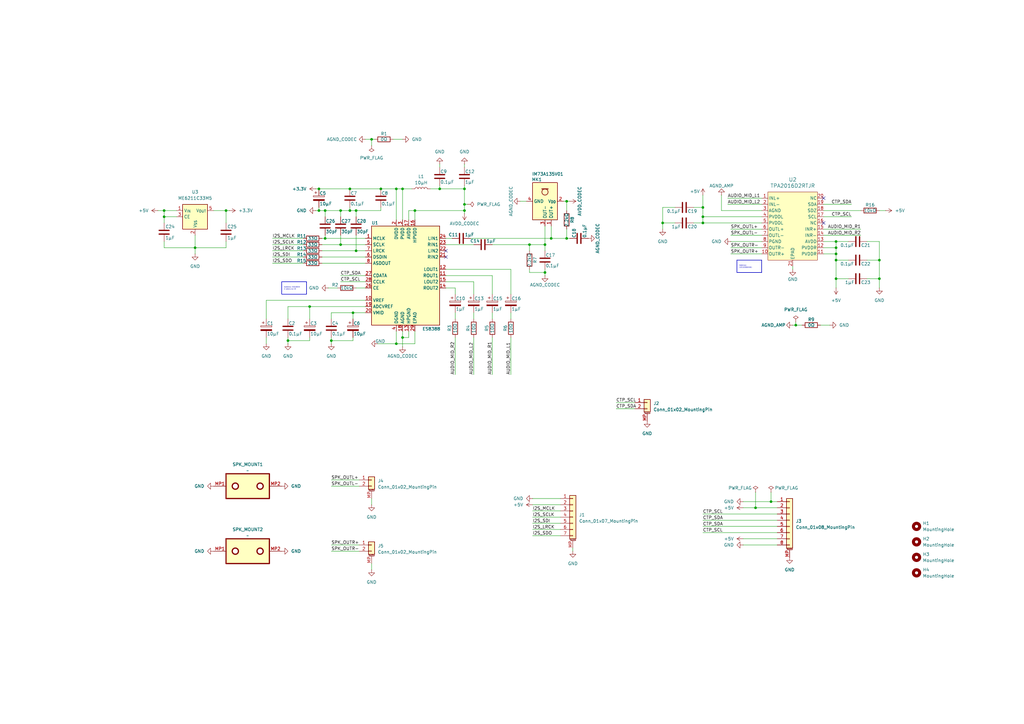
<source format=kicad_sch>
(kicad_sch (version 20250114) (generator "eeschema") (generator_version "9.0")
  (paper "A3")
  (title_block (title "ROCK_AUDIO") (date "2025-06-16"))
  (text_box "Address: 1011000(R/W)" (exclude_from_sim yes) (at 302.26 106.68 0) (size 10.16 5.08) (margins 0.9525 0.9525 0.9525 0.9525) (stroke (width 0.254)) (fill (type color) (color 255 255 255 1)) (effects (font (size 0.508 0.508)) (justify left)))
  (text_box "Address: 001000X\nX refers to CE" (exclude_from_sim yes) (at 115.57 115.57 0) (size 10.16 5.08) (margins 0.9525 0.9525 0.9525 0.9525) (stroke (width 0.254)) (fill (type color) (color 255 255 255 1)) (effects (font (size 0.508 0.508)) (justify left)))
  (junction (at 130.81 86.36))
  (junction (at 92.71 86.36))
  (junction (at 342.9 106.68))
  (junction (at 162.56 140.97))
  (junction (at 232.41 82.55))
  (junction (at 80.01 101.6))
  (junction (at 162.56 77.47))
  (junction (at 180.34 77.47))
  (junction (at 190.5 77.47))
  (junction (at 226.06 97.79))
  (junction (at 170.18 86.36))
  (junction (at 288.29 91.44))
  (junction (at 271.78 91.44))
  (junction (at 342.9 104.14))
  (junction (at 139.7 100.33))
  (junction (at 127 125.73))
  (junction (at 146.05 102.87))
  (junction (at 217.17 100.33))
  (junction (at 130.81 77.47))
  (junction (at 223.52 111.76))
  (junction (at 152.4 57.15))
  (junction (at 232.41 97.79))
  (junction (at 190.5 83.82))
  (junction (at 360.68 114.3))
  (junction (at 165.1 138.43))
  (junction (at 326.39 133.35))
  (junction (at 67.31 86.36))
  (junction (at 146.05 86.36))
  (junction (at 223.52 100.33))
  (junction (at 144.78 128.27))
  (junction (at 133.35 97.79))
  (junction (at 316.23 205.74))
  (junction (at 342.9 101.6))
  (junction (at 139.7 86.36))
  (junction (at 342.9 99.06))
  (junction (at 360.68 106.68))
  (junction (at 133.35 86.36))
  (junction (at 165.1 77.47))
  (junction (at 309.88 208.28))
  (junction (at 118.11 139.7))
  (junction (at 135.89 139.7))
  (junction (at 156.21 77.47))
  (junction (at 67.31 88.9))
  (junction (at 143.51 77.47))
  (junction (at 342.9 114.3))
  (junction (at 190.5 86.36))
  (junction (at 288.29 88.9))
  (junction (at 143.51 86.36))
  (junction (at 288.29 85.09))
  (no_connect (at 182.88 105.41))
  (no_connect (at 337.82 81.28))
  (no_connect (at 182.88 102.87))
  (no_connect (at 337.82 91.44))
  (wire (pts (xy 111.76 97.79) (xy 124.46 97.79)))
  (wire (pts (xy 342.9 114.3) (xy 342.9 118.11)))
  (wire (pts (xy 182.88 115.57) (xy 194.31 115.57)))
  (wire (pts (xy 304.8 220.98) (xy 318.77 220.98)))
  (wire (pts (xy 152.4 59.69) (xy 152.4 57.15)))
  (wire (pts (xy 190.5 83.82) (xy 190.5 77.47)))
  (wire (pts (xy 162.56 140.97) (xy 154.94 140.97)))
  (wire (pts (xy 209.55 110.49) (xy 209.55 120.65)))
  (wire (pts (xy 129.54 77.47) (xy 130.81 77.47)))
  (wire (pts (xy 355.6 114.3) (xy 360.68 114.3)))
  (wire (pts (xy 111.76 105.41) (xy 124.46 105.41)))
  (wire (pts (xy 309.88 208.28) (xy 318.77 208.28)))
  (wire (pts (xy 180.34 77.47) (xy 190.5 77.47)))
  (wire (pts (xy 312.42 91.44) (xy 288.29 91.44)))
  (wire (pts (xy 299.72 99.06) (xy 312.42 99.06)))
  (wire (pts (xy 146.05 102.87) (xy 149.86 102.87)))
  (wire (pts (xy 223.52 113.03) (xy 223.52 111.76)))
  (wire (pts (xy 337.82 99.06) (xy 342.9 99.06)))
  (wire (pts (xy 288.29 88.9) (xy 312.42 88.9)))
  (wire (pts (xy 342.9 104.14) (xy 342.9 106.68)))
  (wire (pts (xy 233.68 97.79) (xy 232.41 97.79)))
  (wire (pts (xy 213.36 82.55) (xy 215.9 82.55)))
  (wire (pts (xy 167.64 90.17) (xy 167.64 86.36)))
  (wire (pts (xy 288.29 213.36) (xy 318.77 213.36)))
  (wire (pts (xy 218.44 212.09) (xy 229.87 212.09)))
  (wire (pts (xy 152.4 207.01) (xy 152.4 204.47)))
  (wire (pts (xy 271.78 85.09) (xy 276.86 85.09)))
  (wire (pts (xy 130.81 86.36) (xy 133.35 86.36)))
  (wire (pts (xy 233.68 82.55) (xy 232.41 82.55)))
  (wire (pts (xy 143.51 86.36) (xy 139.7 86.36)))
  (wire (pts (xy 87.63 86.36) (xy 92.71 86.36)))
  (wire (pts (xy 271.78 91.44) (xy 276.86 91.44)))
  (wire (pts (xy 170.18 140.97) (xy 162.56 140.97)))
  (wire (pts (xy 135.89 139.7) (xy 135.89 138.43)))
  (wire (pts (xy 156.21 86.36) (xy 156.21 85.09)))
  (wire (pts (xy 111.76 107.95) (xy 124.46 107.95)))
  (wire (pts (xy 252.73 165.1) (xy 260.35 165.1)))
  (wire (pts (xy 133.35 96.52) (xy 133.35 97.79)))
  (wire (pts (xy 156.21 77.47) (xy 162.56 77.47)))
  (wire (pts (xy 127 139.7) (xy 127 138.43)))
  (wire (pts (xy 337.82 96.52) (xy 353.06 96.52)))
  (wire (pts (xy 298.45 83.82) (xy 312.42 83.82)))
  (wire (pts (xy 218.44 204.47) (xy 229.87 204.47)))
  (wire (pts (xy 143.51 85.09) (xy 143.51 86.36)))
  (wire (pts (xy 162.56 77.47) (xy 165.1 77.47)))
  (wire (pts (xy 135.89 199.39) (xy 147.32 199.39)))
  (wire (pts (xy 299.72 96.52) (xy 312.42 96.52)))
  (wire (pts (xy 360.68 118.11) (xy 360.68 114.3)))
  (wire (pts (xy 217.17 100.33) (xy 223.52 100.33)))
  (wire (pts (xy 144.78 128.27) (xy 144.78 130.81)))
  (wire (pts (xy 218.44 219.71) (xy 229.87 219.71)))
  (wire (pts (xy 118.11 140.97) (xy 118.11 139.7)))
  (wire (pts (xy 133.35 86.36) (xy 133.35 88.9)))
  (wire (pts (xy 342.9 114.3) (xy 347.98 114.3)))
  (wire (pts (xy 340.36 133.35) (xy 336.55 133.35)))
  (wire (pts (xy 304.8 223.52) (xy 318.77 223.52)))
  (wire (pts (xy 165.1 138.43) (xy 165.1 142.24)))
  (wire (pts (xy 132.08 102.87) (xy 146.05 102.87)))
  (wire (pts (xy 93.98 86.36) (xy 92.71 86.36)))
  (wire (pts (xy 118.11 125.73) (xy 127 125.73)))
  (wire (pts (xy 109.22 123.19) (xy 109.22 130.81)))
  (wire (pts (xy 360.68 106.68) (xy 360.68 114.3)))
  (wire (pts (xy 132.08 105.41) (xy 149.86 105.41)))
  (wire (pts (xy 186.69 118.11) (xy 186.69 120.65)))
  (wire (pts (xy 182.88 100.33) (xy 194.31 100.33)))
  (wire (pts (xy 223.52 100.33) (xy 223.52 92.71)))
  (wire (pts (xy 355.6 99.06) (xy 360.68 99.06)))
  (wire (pts (xy 252.73 167.64) (xy 260.35 167.64)))
  (wire (pts (xy 67.31 86.36) (xy 67.31 88.9)))
  (wire (pts (xy 326.39 132.08) (xy 326.39 133.35)))
  (wire (pts (xy 92.71 86.36) (xy 92.71 91.44)))
  (wire (pts (xy 337.82 83.82) (xy 349.25 83.82)))
  (wire (pts (xy 152.4 57.15) (xy 153.67 57.15)))
  (wire (pts (xy 209.55 138.43) (xy 209.55 153.67)))
  (wire (pts (xy 288.29 218.44) (xy 318.77 218.44)))
  (wire (pts (xy 223.52 111.76) (xy 223.52 110.49)))
  (wire (pts (xy 232.41 97.79) (xy 226.06 97.79)))
  (wire (pts (xy 67.31 99.06) (xy 67.31 101.6)))
  (wire (pts (xy 223.52 100.33) (xy 223.52 102.87)))
  (wire (pts (xy 135.89 223.52) (xy 147.32 223.52)))
  (wire (pts (xy 217.17 110.49) (xy 217.17 111.76)))
  (wire (pts (xy 167.64 135.89) (xy 167.64 138.43)))
  (wire (pts (xy 132.08 100.33) (xy 139.7 100.33)))
  (wire (pts (xy 226.06 97.79) (xy 226.06 92.71)))
  (wire (pts (xy 288.29 88.9) (xy 288.29 91.44)))
  (wire (pts (xy 130.81 86.36) (xy 130.81 85.09)))
  (wire (pts (xy 201.93 100.33) (xy 217.17 100.33)))
  (wire (pts (xy 118.11 139.7) (xy 118.11 138.43)))
  (wire (pts (xy 232.41 93.98) (xy 232.41 97.79)))
  (wire (pts (xy 337.82 104.14) (xy 342.9 104.14)))
  (wire (pts (xy 295.91 86.36) (xy 312.42 86.36)))
  (wire (pts (xy 326.39 133.35) (xy 328.93 133.35)))
  (wire (pts (xy 146.05 86.36) (xy 146.05 88.9)))
  (wire (pts (xy 299.72 101.6) (xy 312.42 101.6)))
  (wire (pts (xy 288.29 210.82) (xy 318.77 210.82)))
  (wire (pts (xy 218.44 217.17) (xy 229.87 217.17)))
  (wire (pts (xy 232.41 82.55) (xy 232.41 86.36)))
  (wire (pts (xy 135.89 196.85) (xy 147.32 196.85)))
  (wire (pts (xy 149.86 128.27) (xy 144.78 128.27)))
  (wire (pts (xy 139.7 100.33) (xy 149.86 100.33)))
  (wire (pts (xy 170.18 135.89) (xy 170.18 140.97)))
  (wire (pts (xy 80.01 101.6) (xy 92.71 101.6)))
  (wire (pts (xy 67.31 88.9) (xy 67.31 91.44)))
  (wire (pts (xy 325.12 133.35) (xy 326.39 133.35)))
  (wire (pts (xy 64.77 86.36) (xy 67.31 86.36)))
  (wire (pts (xy 295.91 86.36) (xy 295.91 80.01)))
  (wire (pts (xy 194.31 130.81) (xy 194.31 128.27)))
  (wire (pts (xy 190.5 87.63) (xy 190.5 86.36)))
  (wire (pts (xy 80.01 104.14) (xy 80.01 101.6)))
  (wire (pts (xy 118.11 139.7) (xy 127 139.7)))
  (wire (pts (xy 67.31 101.6) (xy 80.01 101.6)))
  (wire (pts (xy 271.78 93.98) (xy 271.78 91.44)))
  (wire (pts (xy 363.22 86.36) (xy 360.68 86.36)))
  (wire (pts (xy 182.88 113.03) (xy 201.93 113.03)))
  (wire (pts (xy 337.82 88.9) (xy 349.25 88.9)))
  (wire (pts (xy 129.54 86.36) (xy 130.81 86.36)))
  (wire (pts (xy 67.31 86.36) (xy 72.39 86.36)))
  (wire (pts (xy 127 125.73) (xy 127 130.81)))
  (wire (pts (xy 170.18 90.17) (xy 170.18 86.36)))
  (wire (pts (xy 284.48 85.09) (xy 288.29 85.09)))
  (wire (pts (xy 232.41 82.55) (xy 231.14 82.55)))
  (wire (pts (xy 111.76 100.33) (xy 124.46 100.33)))
  (wire (pts (xy 342.9 106.68) (xy 347.98 106.68)))
  (wire (pts (xy 316.23 201.93) (xy 316.23 205.74)))
  (wire (pts (xy 337.82 101.6) (xy 342.9 101.6)))
  (wire (pts (xy 149.86 123.19) (xy 109.22 123.19)))
  (wire (pts (xy 194.31 138.43) (xy 194.31 153.67)))
  (wire (pts (xy 234.95 224.79) (xy 234.95 226.06)))
  (wire (pts (xy 143.51 86.36) (xy 146.05 86.36)))
  (wire (pts (xy 92.71 99.06) (xy 92.71 101.6)))
  (wire (pts (xy 190.5 67.31) (xy 190.5 68.58)))
  (wire (pts (xy 132.08 97.79) (xy 133.35 97.79)))
  (wire (pts (xy 165.1 77.47) (xy 165.1 90.17)))
  (wire (pts (xy 201.93 130.81) (xy 201.93 128.27)))
  (wire (pts (xy 132.08 107.95) (xy 149.86 107.95)))
  (wire (pts (xy 80.01 96.52) (xy 80.01 101.6)))
  (wire (pts (xy 135.89 128.27) (xy 144.78 128.27)))
  (wire (pts (xy 342.9 99.06) (xy 342.9 101.6)))
  (wire (pts (xy 143.51 77.47) (xy 156.21 77.47)))
  (wire (pts (xy 182.88 118.11) (xy 186.69 118.11)))
  (wire (pts (xy 288.29 215.9) (xy 318.77 215.9)))
  (wire (pts (xy 127 125.73) (xy 149.86 125.73)))
  (wire (pts (xy 360.68 106.68) (xy 355.6 106.68)))
  (wire (pts (xy 191.77 83.82) (xy 190.5 83.82)))
  (wire (pts (xy 67.31 88.9) (xy 72.39 88.9)))
  (wire (pts (xy 342.9 99.06) (xy 347.98 99.06)))
  (wire (pts (xy 218.44 209.55) (xy 229.87 209.55)))
  (wire (pts (xy 182.88 110.49) (xy 209.55 110.49)))
  (wire (pts (xy 162.56 77.47) (xy 162.56 90.17)))
  (wire (pts (xy 325.12 109.22) (xy 325.12 110.49)))
  (wire (pts (xy 304.8 205.74) (xy 316.23 205.74)))
  (wire (pts (xy 271.78 85.09) (xy 271.78 91.44)))
  (wire (pts (xy 176.53 77.47) (xy 180.34 77.47)))
  (wire (pts (xy 165.1 77.47) (xy 168.91 77.47)))
  (wire (pts (xy 194.31 115.57) (xy 194.31 120.65)))
  (wire (pts (xy 180.34 76.2) (xy 180.34 77.47)))
  (wire (pts (xy 288.29 80.01) (xy 288.29 85.09)))
  (wire (pts (xy 167.64 86.36) (xy 170.18 86.36)))
  (wire (pts (xy 180.34 67.31) (xy 180.34 68.58)))
  (wire (pts (xy 118.11 130.81) (xy 118.11 125.73)))
  (wire (pts (xy 218.44 207.01) (xy 229.87 207.01)))
  (wire (pts (xy 201.93 113.03) (xy 201.93 120.65)))
  (wire (pts (xy 342.9 106.68) (xy 342.9 114.3)))
  (wire (pts (xy 316.23 205.74) (xy 318.77 205.74)))
  (wire (pts (xy 161.29 57.15) (xy 165.1 57.15)))
  (wire (pts (xy 130.81 77.47) (xy 143.51 77.47)))
  (wire (pts (xy 135.89 140.97) (xy 135.89 139.7)))
  (wire (pts (xy 135.89 139.7) (xy 144.78 139.7)))
  (wire (pts (xy 133.35 97.79) (xy 149.86 97.79)))
  (wire (pts (xy 190.5 77.47) (xy 190.5 76.2)))
  (wire (pts (xy 309.88 201.93) (xy 309.88 208.28)))
  (wire (pts (xy 337.82 93.98) (xy 353.06 93.98)))
  (wire (pts (xy 217.17 111.76) (xy 223.52 111.76)))
  (wire (pts (xy 135.89 226.06) (xy 147.32 226.06)))
  (wire (pts (xy 133.35 86.36) (xy 139.7 86.36)))
  (wire (pts (xy 139.7 86.36) (xy 139.7 88.9)))
  (wire (pts (xy 149.86 57.15) (xy 152.4 57.15)))
  (wire (pts (xy 299.72 104.14) (xy 312.42 104.14)))
  (wire (pts (xy 182.88 97.79) (xy 185.42 97.79)))
  (wire (pts (xy 146.05 86.36) (xy 156.21 86.36)))
  (wire (pts (xy 342.9 101.6) (xy 342.9 104.14)))
  (wire (pts (xy 299.72 93.98) (xy 312.42 93.98)))
  (wire (pts (xy 304.8 208.28) (xy 309.88 208.28)))
  (wire (pts (xy 152.4 233.68) (xy 152.4 231.14)))
  (wire (pts (xy 201.93 138.43) (xy 201.93 153.67)))
  (wire (pts (xy 288.29 85.09) (xy 288.29 88.9)))
  (wire (pts (xy 167.64 138.43) (xy 165.1 138.43)))
  (wire (pts (xy 193.04 97.79) (xy 226.06 97.79)))
  (wire (pts (xy 217.17 100.33) (xy 217.17 102.87)))
  (wire (pts (xy 146.05 118.11) (xy 149.86 118.11)))
  (wire (pts (xy 144.78 139.7) (xy 144.78 138.43)))
  (wire (pts (xy 146.05 96.52) (xy 146.05 102.87)))
  (wire (pts (xy 218.44 214.63) (xy 229.87 214.63)))
  (wire (pts (xy 337.82 86.36) (xy 353.06 86.36)))
  (wire (pts (xy 139.7 113.03) (xy 149.86 113.03)))
  (wire (pts (xy 186.69 138.43) (xy 186.69 153.67)))
  (wire (pts (xy 186.69 130.81) (xy 186.69 128.27)))
  (wire (pts (xy 138.43 118.11) (xy 134.62 118.11)))
  (wire (pts (xy 165.1 135.89) (xy 165.1 138.43)))
  (wire (pts (xy 111.76 102.87) (xy 124.46 102.87)))
  (wire (pts (xy 109.22 140.97) (xy 109.22 138.43)))
  (wire (pts (xy 298.45 81.28) (xy 312.42 81.28)))
  (wire (pts (xy 162.56 135.89) (xy 162.56 140.97)))
  (wire (pts (xy 170.18 86.36) (xy 190.5 86.36)))
  (wire (pts (xy 190.5 86.36) (xy 190.5 83.82)))
  (wire (pts (xy 360.68 99.06) (xy 360.68 106.68)))
  (wire (pts (xy 139.7 96.52) (xy 139.7 100.33)))
  (wire (pts (xy 135.89 128.27) (xy 135.89 130.81)))
  (wire (pts (xy 284.48 91.44) (xy 288.29 91.44)))
  (wire (pts (xy 209.55 130.81) (xy 209.55 128.27)))
  (wire (pts (xy 139.7 115.57) (xy 149.86 115.57)))
  (label "AUDIO_MID_R2" (at 353.06 96.52 180))
  (label "CTP_SCL" (at 288.29 210.82 0))
  (label "I2S_MCLK" (at 218.44 209.55 0))
  (label "SPK_OUTR-" (at 135.89 226.06 0))
  (label "I2S_SCLK" (at 218.44 212.09 0))
  (label "CTP_SDA" (at 349.25 83.82 180))
  (label "CTP_SDA" (at 288.29 215.9 0))
  (label "SPK_OUTL+" (at 299.72 93.98 0))
  (label "I2S_SDO" (at 218.44 219.71 0))
  (label "CTP_SDA" (at 252.73 167.64 0))
  (label "AUDIO_MID_L1" (at 209.55 153.67 90))
  (label "CTP_SCL" (at 252.73 165.1 0))
  (label "I2S_SDI" (at 218.44 214.63 0))
  (label "CTP_SCL" (at 349.25 88.9 180))
  (label "I2S_LRCK" (at 218.44 217.17 0))
  (label "CTP_SDA" (at 139.7 113.03 0))
  (label "SPK_OUTR-" (at 299.72 101.6 0))
  (label "SPK_OUTL-" (at 299.72 96.52 0))
  (label "I2S_SDO" (at 111.76 107.95 0))
  (label "AUDIO_MID_R2" (at 186.69 153.67 90))
  (label "I2S_LRCK" (at 111.76 102.87 0))
  (label "I2S_SDI" (at 111.76 105.41 0))
  (label "AUDIO_MID_L2" (at 194.31 153.67 90))
  (label "AUDIO_MID_L2" (at 298.45 83.82 0))
  (label "SPK_OUTL+" (at 135.89 196.85 0))
  (label "CTP_SDA" (at 288.29 213.36 0))
  (label "SPK_OUTR+" (at 135.89 223.52 0))
  (label "AUDIO_MID_R1" (at 201.93 153.67 90))
  (label "CTP_SCL" (at 139.7 115.57 0))
  (label "SPK_OUTR+" (at 299.72 104.14 0))
  (label "CTP_SCL" (at 288.29 218.44 0))
  (label "SPK_OUTL-" (at 135.89 199.39 0))
  (label "AUDIO_MID_R1" (at 353.06 93.98 180))
  (label "AUDIO_MID_L1" (at 298.45 81.28 0))
  (label "I2S_MCLK" (at 111.76 97.79 0))
  (label "I2S_SCLK" (at 111.76 100.33 0))
  (symbol (lib_id "Audio:ES8388") (at 167.64 113.03 0) (unit 1)
    (property "Reference" "U1" (at 152.4 91.44 0) (effects (justify left)))
    (property "Value" "ES8388" (at 173.228 134.874 0) (effects (justify left)))
    (property "Footprint" "Package_DFN_QFN:QFN-28-1EP_4x4mm_P0.45mm_EP2.6x2.6mm" (effects (hide yes)))
    (property "Datasheet" "http://www.everest-semi.com/pdf/ES8388%20DS.pdf" (effects (hide yes)))
    (property "Description" "Low Power Stereo Audio CODEC With Headphone Amplifier, 24-bit, 8kHz - 96kHz ADC / DAC sampling frequency, 1.8V - 3.3V supply, WQFN-28" (effects (hide yes)))
  )
  (symbol (lib_id "power:GND") (at 87.63 199.39 270) (unit 1)
    (property "Reference" "#PWR01" (effects (hide yes)))
    (property "Value" "GND" (at 83.82 199.3899 90) (effects (justify right)))
    (property "Description" "Power symbol creates a global label with name \"GND\" , ground" (effects (hide yes)))
  )
  (symbol (lib_id "power:+5V") (at 304.8 208.28 90) (unit 1)
    (property "Reference" "#PWR041" (effects (hide yes)))
    (property "Value" "+5V" (at 300.99 208.2799 90) (effects (justify left)))
    (property "Description" "Power symbol creates a global label with name \"+5V\"" (effects (hide yes)))
  )
  (symbol (lib_id "power:+5V") (at 64.77 86.36 90) (unit 1)
    (property "Reference" "#PWR036" (effects (hide yes)))
    (property "Value" "+5V" (at 60.96 86.3599 90) (effects (justify left)))
    (property "Description" "Power symbol creates a global label with name \"+5V\"" (effects (hide yes)))
  )
  (symbol (lib_id "Device:C_Polarized") (at 209.55 124.46 0) (unit 1)
    (property "Reference" "C16" (at 209.804 122.428 0) (effects (justify left)))
    (property "Value" "1μF" (at 209.804 126.746 0) (effects (justify left)))
    (property "Footprint" "Capacitor_Tantalum_SMD:CP_EIA-3216-18_Kemet-A" (effects (hide yes)))
    (property "Description" "Polarized capacitor" (effects (hide yes)))
  )
  (symbol (lib_id "power:+5V") (at 342.9 118.11 180) (unit 1)
    (property "Reference" "#PWR034" (effects (hide yes)))
    (property "Value" "+5V" (at 342.9 123.19 0))
    (property "Description" "Power symbol creates a global label with name \"+5V\"" (effects (hide yes)))
  )
  (symbol (lib_id "Device:C_Polarized") (at 194.31 124.46 0) (unit 1)
    (property "Reference" "C13" (at 194.564 122.428 0) (effects (justify left)))
    (property "Value" "1μF" (at 194.564 126.746 0) (effects (justify left)))
    (property "Footprint" "Capacitor_Tantalum_SMD:CP_EIA-3216-18_Kemet-A" (effects (hide yes)))
    (property "Description" "Polarized capacitor" (effects (hide yes)))
  )
  (symbol (lib_id "Connector_Generic_MountingPin:Conn_01x08_MountingPin") (at 323.85 213.36 0) (unit 1)
    (property "Reference" "J3" (at 326.39 213.7155 0) (effects (justify left)))
    (property "Value" "Conn_01x08_MountingPin" (at 326.39 216.2555 0) (effects (justify left)))
    (property "Footprint" "Connector_FFC-FPC:TE_0-1734839-8_1x08-1MP_P0.5mm_Horizontal" (effects (hide yes)))
    (property "Description" "Generic connectable mounting pin connector, single row, 01x08, script generated (kicad-library-utils/schlib/autogen/connector/)" (effects (hide yes)))
  )
  (symbol (lib_id "Device:C") (at 180.34 72.39 0) (unit 1)
    (property "Reference" "C9" (at 180.594 70.358 0) (effects (justify left)))
    (property "Value" "0.1μF" (at 180.594 74.676 0) (effects (justify left)))
    (property "Footprint" "Capacitor_SMD:C_0402_1005Metric" (effects (hide yes)))
    (property "Description" "Unpolarized capacitor" (effects (hide yes)))
  )
  (symbol (lib_id "Device:C_Polarized") (at 201.93 124.46 0) (unit 1)
    (property "Reference" "C15" (at 202.184 122.428 0) (effects (justify left)))
    (property "Value" "1μF" (at 202.184 126.746 0) (effects (justify left)))
    (property "Footprint" "Capacitor_Tantalum_SMD:CP_EIA-3216-18_Kemet-A" (effects (hide yes)))
    (property "Description" "Polarized capacitor" (effects (hide yes)))
  )
  (symbol (lib_id "power:GND") (at 218.44 204.47 270) (unit 1)
    (property "Reference" "#PWR05" (effects (hide yes)))
    (property "Value" "GND" (at 214.63 204.4699 90) (effects (justify right)))
    (property "Description" "Power symbol creates a global label with name \"GND\" , ground" (effects (hide yes)))
  )
  (symbol (lib_id "power:GND1") (at 165.1 142.24 0) (unit 1)
    (property "Reference" "#PWR017" (effects (hide yes)))
    (property "Value" "AGND_CODEC" (at 165.1 146.05 0))
    (property "Description" "Power symbol creates a global label with name \"GND1\" , ground" (effects (hide yes)))
  )
  (symbol (lib_id "Connector_Generic_MountingPin:Conn_01x07_MountingPin") (at 234.95 212.09 0) (unit 1)
    (property "Reference" "J1" (at 237.49 211.1755 0) (effects (justify left)))
    (property "Value" "Conn_01x07_MountingPin" (at 237.49 213.7155 0) (effects (justify left)))
    (property "Footprint" "Connector_JST:JST_GH_SM07B-GHS-TB_1x07-1MP_P1.25mm_Horizontal" (effects (hide yes)))
    (property "Description" "Generic connectable mounting pin connector, single row, 01x07, script generated (kicad-library-utils/schlib/autogen/connector/)" (effects (hide yes)))
  )
  (symbol (lib_id "power:GND") (at 118.11 140.97 0) (unit 1)
    (property "Reference" "#PWR011" (effects (hide yes)))
    (property "Value" "GND" (at 118.11 146.05 0))
    (property "Description" "Power symbol creates a global label with name \"GND\" , ground" (effects (hide yes)))
  )
  (symbol (lib_id "power:GND1") (at 149.86 57.15 270) (unit 1)
    (property "Reference" "#PWR08" (effects (hide yes)))
    (property "Value" "AGND_CODEC" (at 140.208 57.15 90))
    (property "Description" "Power symbol creates a global label with name \"GND1\" , ground" (effects (hide yes)))
  )
  (symbol (lib_id "Device:C_Polarized") (at 144.78 134.62 0) (unit 1)
    (property "Reference" "C6" (at 145.034 132.588 0) (effects (justify left)))
    (property "Value" "10μF" (at 145.034 136.906 0) (effects (justify left)))
    (property "Footprint" "Capacitor_Tantalum_SMD:CP_EIA-3216-18_Kemet-A" (effects (hide yes)))
    (property "Description" "Polarized capacitor" (effects (hide yes)))
  )
  (symbol (lib_id "Device:C") (at 190.5 72.39 0) (unit 1)
    (property "Reference" "C12" (at 190.754 70.358 0) (effects (justify left)))
    (property "Value" "1μF" (at 190.754 74.676 0) (effects (justify left)))
    (property "Footprint" "Capacitor_SMD:C_0402_1005Metric" (effects (hide yes)))
    (property "Description" "Unpolarized capacitor" (effects (hide yes)))
  )
  (symbol (lib_id "Device:R") (at 128.27 102.87 90) (unit 1)
    (property "Reference" "R13" (at 123.698 101.854 90))
    (property "Value" "33Ω" (at 128.27 102.87 90))
    (property "Footprint" "Resistor_SMD:R_0402_1005Metric" (effects (hide yes)))
    (property "Description" "Resistor" (effects (hide yes)))
  )
  (symbol (lib_id "power:+5V") (at 304.8 220.98 90) (unit 1)
    (property "Reference" "#PWR042" (effects (hide yes)))
    (property "Value" "+5V" (at 300.99 220.9799 90) (effects (justify left)))
    (property "Description" "Power symbol creates a global label with name \"+5V\"" (effects (hide yes)))
  )
  (symbol (lib_id "power:+5V") (at 218.44 207.01 90) (unit 1)
    (property "Reference" "#PWR06" (effects (hide yes)))
    (property "Value" "+5V" (at 214.63 207.0099 90) (effects (justify left)))
    (property "Description" "Power symbol creates a global label with name \"+5V\"" (effects (hide yes)))
  )
  (symbol (lib_id "Device:R") (at 142.24 118.11 90) (unit 1)
    (property "Reference" "R2" (at 137.414 116.84 90))
    (property "Value" "10kΩ" (at 142.24 118.11 90))
    (property "Footprint" "Resistor_SMD:R_0402_1005Metric" (effects (hide yes)))
    (property "Description" "Resistor" (effects (hide yes)))
  )
  (symbol (lib_id "Device:C") (at 198.12 100.33 90) (unit 1)
    (property "Reference" "C14" (at 194.818 98.806 90))
    (property "Value" "1μF" (at 201.422 98.806 90))
    (property "Footprint" "Capacitor_SMD:C_0402_1005Metric" (effects (hide yes)))
    (property "Description" "Unpolarized capacitor" (effects (hide yes)))
  )
  (symbol (lib_id "power:+3.3V") (at 129.54 77.47 90) (unit 1)
    (property "Reference" "#PWR012" (effects (hide yes)))
    (property "Value" "+3.3V" (at 125.73 77.4699 90) (effects (justify left)))
    (property "Description" "Power symbol creates a global label with name \"+3.3V\"" (effects (hide yes)))
  )
  (symbol (lib_id "Device:C") (at 223.52 106.68 0) (unit 1)
    (property "Reference" "C17" (at 223.774 104.648 0) (effects (justify left)))
    (property "Value" "0.1μF" (at 223.774 108.966 0) (effects (justify left)))
    (property "Footprint" "Capacitor_SMD:C_0402_1005Metric" (effects (hide yes)))
    (property "Description" "Unpolarized capacitor" (effects (hide yes)))
  )
  (symbol (lib_id "power:GND1") (at 241.3 97.79 90) (unit 1)
    (property "Reference" "#PWR024" (effects (hide yes)))
    (property "Value" "AGND_CODEC" (at 245.11 97.79 0))
    (property "Description" "Power symbol creates a global label with name \"GND1\" , ground" (effects (hide yes)))
  )
  (symbol (lib_id "power:GND") (at 129.54 86.36 270) (unit 1)
    (property "Reference" "#PWR015" (effects (hide yes)))
    (property "Value" "GND" (at 123.698 86.36 90))
    (property "Description" "Power symbol creates a global label with name \"GND\" , ground" (effects (hide yes)))
  )
  (symbol (lib_id "Device:C") (at 92.71 95.25 0) (unit 1)
    (property "Reference" "C25" (at 93.218 92.964 0) (effects (justify left)))
    (property "Value" "1μF" (at 93.218 97.536 0) (effects (justify left)))
    (property "Footprint" "Capacitor_SMD:C_0402_1005Metric" (effects (hide yes)))
    (property "Description" "Unpolarized capacitor" (effects (hide yes)))
  )
  (symbol (lib_id "power:GND") (at 323.85 228.6 0) (unit 1)
    (property "Reference" "#PWR044" (effects (hide yes)))
    (property "Value" "GND" (at 323.85 233.68 0))
    (property "Description" "Power symbol creates a global label with name \"GND\" , ground" (effects (hide yes)))
  )
  (symbol (lib_id "power:+5V") (at 363.22 86.36 270) (unit 1)
    (property "Reference" "#PWR047" (effects (hide yes)))
    (property "Value" "+5V" (at 367.03 86.3599 90) (effects (justify left)))
    (property "Description" "Power symbol creates a global label with name \"+5V\"" (effects (hide yes)))
  )
  (symbol (lib_id "power:GND") (at 190.5 67.31 180) (unit 1)
    (property "Reference" "#PWR019" (effects (hide yes)))
    (property "Value" "GND" (at 190.5 62.23 0))
    (property "Description" "Power symbol creates a global label with name \"GND\" , ground" (effects (hide yes)))
  )
  (symbol (lib_id "Device:C") (at 146.05 92.71 0) (unit 1)
    (property "Reference" "C28" (at 146.304 90.678 0) (effects (justify left)))
    (property "Value" "30pF" (at 146.304 94.996 0) (effects (justify left)))
    (property "Footprint" "Capacitor_SMD:C_0402_1005Metric" (effects (hide yes)))
    (property "Description" "Unpolarized capacitor" (effects (hide yes)))
  )
  (symbol (lib_id "power:GND") (at 180.34 67.31 180) (unit 1)
    (property "Reference" "#PWR018" (effects (hide yes)))
    (property "Value" "GND" (at 180.34 62.23 0))
    (property "Description" "Power symbol creates a global label with name \"GND\" , ground" (effects (hide yes)))
  )
  (symbol (lib_id "Device:C") (at 280.67 91.44 270) (unit 1)
    (property "Reference" "C20" (at 283.972 92.964 90))
    (property "Value" "1μF" (at 277.368 92.964 90))
    (property "Footprint" "Capacitor_SMD:C_0402_1005Metric" (effects (hide yes)))
    (property "Description" "Unpolarized capacitor" (effects (hide yes)))
  )
  (symbol (lib_id "power:GND") (at 340.36 133.35 90) (unit 1)
    (property "Reference" "#PWR031" (effects (hide yes)))
    (property "Value" "GND" (at 344.17 133.3499 90) (effects (justify right)))
    (property "Description" "Power symbol creates a global label with name \"GND\" , ground" (effects (hide yes)))
  )
  (symbol (lib_id "Device:L") (at 172.72 77.47 90) (unit 1)
    (property "Reference" "L1" (at 172.72 72.39 90))
    (property "Value" "10µH" (at 172.72 74.93 90))
    (property "Footprint" "Inductor_SMD_Wurth:L_Wurth_WE-LQSH-2512" (effects (hide yes)))
    (property "Description" "Inductor" (effects (hide yes)))
  )
  (symbol (lib_id "power:+3.3V") (at 93.98 86.36 270) (unit 1)
    (property "Reference" "#PWR038" (effects (hide yes)))
    (property "Value" "+3.3V" (at 97.79 86.3599 90) (effects (justify left)))
    (property "Description" "Power symbol creates a global label with name \"+3.3V\"" (effects (hide yes)))
  )
  (symbol (lib_id "Device:C") (at 143.51 81.28 0) (unit 1)
    (property "Reference" "C7" (at 143.764 79.248 0) (effects (justify left)))
    (property "Value" "0.1μF" (at 143.764 83.566 0) (effects (justify left)))
    (property "Footprint" "Capacitor_SMD:C_0402_1005Metric" (effects (hide yes)))
    (property "Description" "Unpolarized capacitor" (effects (hide yes)))
  )
  (symbol (lib_id "Device:C_Polarized") (at 186.69 124.46 0) (unit 1)
    (property "Reference" "C10" (at 186.944 122.428 0) (effects (justify left)))
    (property "Value" "1μF" (at 186.944 126.746 0) (effects (justify left)))
    (property "Footprint" "Capacitor_Tantalum_SMD:CP_EIA-3216-18_Kemet-A" (effects (hide yes)))
    (property "Description" "Polarized capacitor" (effects (hide yes)))
  )
  (symbol (lib_id "Device:C_Polarized") (at 130.81 81.28 0) (unit 1)
    (property "Reference" "C5" (at 131.064 79.248 0) (effects (justify left)))
    (property "Value" "10μF" (at 131.064 83.566 0) (effects (justify left)))
    (property "Footprint" "Capacitor_Tantalum_SMD:CP_EIA-3216-18_Kemet-A" (effects (hide yes)))
    (property "Description" "Polarized capacitor" (effects (hide yes)))
  )
  (symbol (lib_id "power:VDDA") (at 233.68 82.55 270) (unit 1)
    (property "Reference" "#PWR023" (effects (hide yes)))
    (property "Value" "AVDD_CODEC" (at 237.744 82.55 0))
    (property "Description" "Power symbol creates a global label with name \"VDDA\"" (effects (hide yes)))
  )
  (symbol (lib_id "Mechanical:MountingHole") (at 375.92 222.25 0) (unit 1) (in_bom no)
    (property "Reference" "H2" (at 378.46 220.9799 0) (effects (justify left)))
    (property "Value" "MountingHole" (at 378.46 223.5199 0) (effects (justify left)))
    (property "Footprint" "MountingHole:MountingHole_2.7mm_M2.5_ISO14580" (effects (hide yes)))
    (property "Description" "Mounting Hole without connection" (effects (hide yes)))
  )
  (symbol (lib_id "Device:R") (at 217.17 106.68 0) (unit 1)
    (property "Reference" "R7" (at 219.456 106.68 90))
    (property "Value" "2.2kΩ" (at 217.17 106.68 90))
    (property "Footprint" "Resistor_SMD:R_0402_1005Metric" (effects (hide yes)))
    (property "Description" "Resistor" (effects (hide yes)))
  )
  (symbol (lib_id "power:GND") (at 152.4 233.68 0) (unit 1)
    (property "Reference" "#PWR046" (effects (hide yes)))
    (property "Value" "GND" (at 152.4 238.76 0))
    (property "Description" "Power symbol creates a global label with name \"GND\" , ground" (effects (hide yes)))
  )
  (symbol (lib_id "Device:R") (at 194.31 134.62 180) (unit 1)
    (property "Reference" "R4" (at 192.024 134.62 90))
    (property "Value" "10Ω" (at 194.31 134.62 90))
    (property "Footprint" "Resistor_SMD:R_0603_1608Metric" (effects (hide yes)))
    (property "Description" "Resistor" (effects (hide yes)))
  )
  (symbol (lib_id "Device:R") (at 356.87 86.36 90) (unit 1)
    (property "Reference" "R16" (at 356.87 84.074 90))
    (property "Value" "10kΩ" (at 356.87 86.36 90))
    (property "Footprint" "Resistor_SMD:R_0402_1005Metric" (effects (hide yes)))
    (property "Description" "Resistor" (effects (hide yes)))
  )
  (symbol (lib_id "Connector_Generic_MountingPin:Conn_01x02_MountingPin") (at 152.4 223.52 0) (unit 1)
    (property "Reference" "J5" (at 154.94 223.8755 0) (effects (justify left)))
    (property "Value" "Conn_01x02_MountingPin" (at 154.94 226.4155 0) (effects (justify left)))
    (property "Footprint" "Artix_Library:MX1.25-2P-H" (effects (hide yes)))
    (property "Description" "Generic connectable mounting pin connector, single row, 01x02, script generated (kicad-library-utils/schlib/autogen/connector/)" (effects (hide yes)))
  )
  (symbol (lib_id "Device:R") (at 128.27 107.95 90) (unit 1)
    (property "Reference" "R15" (at 123.698 106.934 90))
    (property "Value" "33Ω" (at 128.27 107.95 90))
    (property "Footprint" "Resistor_SMD:R_0402_1005Metric" (effects (hide yes)))
    (property "Description" "Resistor" (effects (hide yes)))
  )
  (symbol (lib_id "Connector_Generic_MountingPin:Conn_01x02_MountingPin") (at 265.43 165.1 0) (unit 1)
    (property "Reference" "J2" (at 267.97 165.4555 0) (effects (justify left)))
    (property "Value" "Conn_01x02_MountingPin" (at 267.97 167.9955 0) (effects (justify left)))
    (property "Footprint" "Connector_JST:JST_GH_SM02B-GHS-TB_1x02-1MP_P1.25mm_Horizontal" (effects (hide yes)))
    (property "Description" "Generic connectable mounting pin connector, single row, 01x02, script generated (kicad-library-utils/schlib/autogen/connector/)" (effects (hide yes)))
  )
  (symbol (lib_id "power:GND") (at 87.63 226.06 270) (unit 1)
    (property "Reference" "#PWR02" (effects (hide yes)))
    (property "Value" "GND" (at 83.82 226.0599 90) (effects (justify right)))
    (property "Description" "Power symbol creates a global label with name \"GND\" , ground" (effects (hide yes)))
  )
  (symbol (lib_id "Device:R") (at 201.93 134.62 180) (unit 1)
    (property "Reference" "R5" (at 199.644 134.62 90))
    (property "Value" "10Ω" (at 201.93 134.62 90))
    (property "Footprint" "Resistor_SMD:R_0603_1608Metric" (effects (hide yes)))
    (property "Description" "Resistor" (effects (hide yes)))
  )
  (symbol (lib_id "Device:C") (at 139.7 92.71 0) (unit 1)
    (property "Reference" "C27" (at 139.954 90.678 0) (effects (justify left)))
    (property "Value" "30pF" (at 139.954 94.996 0) (effects (justify left)))
    (property "Footprint" "Capacitor_SMD:C_0402_1005Metric" (effects (hide yes)))
    (property "Description" "Unpolarized capacitor" (effects (hide yes)))
  )
  (symbol (lib_id "power:GND") (at 325.12 110.49 0) (unit 1)
    (property "Reference" "#PWR033" (effects (hide yes)))
    (property "Value" "GND" (at 325.12 114.554 0))
    (property "Description" "Power symbol creates a global label with name \"GND\" , ground" (effects (hide yes)))
  )
  (symbol (lib_id "power:GND1") (at 223.52 113.03 0) (unit 1)
    (property "Reference" "#PWR022" (effects (hide yes)))
    (property "Value" "AGND_CODEC" (at 223.52 116.84 0))
    (property "Description" "Power symbol creates a global label with name \"GND1\" , ground" (effects (hide yes)))
  )
  (symbol (lib_id "Device:C") (at 189.23 97.79 90) (unit 1)
    (property "Reference" "C11" (at 185.928 96.266 90))
    (property "Value" "1μF" (at 192.532 96.266 90))
    (property "Footprint" "Capacitor_SMD:C_0402_1005Metric" (effects (hide yes)))
    (property "Description" "Unpolarized capacitor" (effects (hide yes)))
  )
  (symbol (lib_id "power:PWR_FLAG") (at 191.77 83.82 270) (unit 1)
    (property "Reference" "#FLG02" (effects (hide yes)))
    (property "Value" "PWR_FLAG" (at 195.58 83.8199 90) (effects (justify left)))
    (property "Description" "Special symbol for telling ERC where power comes from" (effects (hide yes)))
  )
  (symbol (lib_id "power:GND") (at 304.8 205.74 270) (unit 1)
    (property "Reference" "#PWR040" (effects (hide yes)))
    (property "Value" "GND" (at 300.99 205.7399 90) (effects (justify right)))
    (property "Description" "Power symbol creates a global label with name \"GND\" , ground" (effects (hide yes)))
  )
  (symbol (lib_id "power:GND") (at 135.89 140.97 0) (unit 1)
    (property "Reference" "#PWR014" (effects (hide yes)))
    (property "Value" "GND" (at 135.89 146.05 0))
    (property "Description" "Power symbol creates a global label with name \"GND\" , ground" (effects (hide yes)))
  )
  (symbol (lib_id "Mechanical:MountingHole") (at 375.92 234.95 0) (unit 1) (in_bom no)
    (property "Reference" "H4" (at 378.46 233.6799 0) (effects (justify left)))
    (property "Value" "MountingHole" (at 378.46 236.2199 0) (effects (justify left)))
    (property "Footprint" "MountingHole:MountingHole_2.7mm_M2.5_ISO14580" (effects (hide yes)))
    (property "Description" "Mounting Hole without connection" (effects (hide yes)))
  )
  (symbol (lib_id "power:GND") (at 360.68 118.11 0) (unit 1)
    (property "Reference" "#PWR035" (effects (hide yes)))
    (property "Value" "GND" (at 360.68 123.19 0))
    (property "Description" "Power symbol creates a global label with name \"GND\" , ground" (effects (hide yes)))
  )
  (symbol (lib_id "Device:C") (at 237.49 97.79 90) (unit 1)
    (property "Reference" "C18" (at 235.458 97.536 0) (effects (justify left)))
    (property "Value" "0.1μF" (at 239.776 97.536 0) (effects (justify left)))
    (property "Footprint" "Capacitor_SMD:C_0402_1005Metric" (effects (hide yes)))
    (property "Description" "Unpolarized capacitor" (effects (hide yes)))
  )
  (symbol (lib_id "power:GND") (at 115.57 226.06 90) (unit 1)
    (property "Reference" "#PWR04" (effects (hide yes)))
    (property "Value" "GND" (at 119.38 226.0599 90) (effects (justify right)))
    (property "Description" "Power symbol creates a global label with name \"GND\" , ground" (effects (hide yes)))
  )
  (symbol (lib_id "Sensor_Audio:IM73A135V01") (at 223.52 82.55 270) (unit 1)
    (property "Reference" "MK1" (at 222.25 73.66 90) (effects (justify right)))
    (property "Value" "IM73A135V01" (at 231.14 71.374 90) (effects (justify right)))
    (property "Footprint" "Sensor_Audio:Infineon_PG-LLGA-5-2" (effects (hide yes)))
    (property "Datasheet" "https://www.infineon.com/dgdl/Infineon-IM73A135-DataSheet-v01_00-EN.pdf?fileId=8ac78c8c7f2a768a017fadec36b84500" (effects (hide yes)))
    (property "Description" "IP57 Water and Dust Resistant, Differential MEMS Microphone, 135dBSPL AOP, 73dB SNR, PG-LLGA-5-2" (effects (hide yes)))
  )
  (symbol (lib_id "Device:C") (at 135.89 134.62 0) (unit 1)
    (property "Reference" "C4" (at 136.144 132.588 0) (effects (justify left)))
    (property "Value" "0.1μF" (at 136.144 136.906 0) (effects (justify left)))
    (property "Footprint" "Capacitor_SMD:C_0402_1005Metric" (effects (hide yes)))
    (property "Description" "Unpolarized capacitor" (effects (hide yes)))
  )
  (symbol (lib_id "Device:R") (at 157.48 57.15 90) (unit 1)
    (property "Reference" "R1" (at 157.48 54.864 90))
    (property "Value" "0Ω" (at 157.48 57.15 90))
    (property "Footprint" "Resistor_SMD:R_0603_1608Metric" (effects (hide yes)))
    (property "Description" "Resistor" (effects (hide yes)))
  )
  (symbol (lib_id "Mechanical:MountingHole") (at 375.92 228.6 0) (unit 1) (in_bom no)
    (property "Reference" "H3" (at 378.46 227.3299 0) (effects (justify left)))
    (property "Value" "MountingHole" (at 378.46 229.8699 0) (effects (justify left)))
    (property "Footprint" "MountingHole:MountingHole_2.7mm_M2.5_ISO14580" (effects (hide yes)))
    (property "Description" "Mounting Hole without connection" (effects (hide yes)))
  )
  (symbol (lib_id "power:GND1") (at 213.36 82.55 270) (unit 1)
    (property "Reference" "#PWR021" (effects (hide yes)))
    (property "Value" "AGND_CODEC" (at 209.55 82.55 0))
    (property "Description" "Power symbol creates a global label with name \"GND1\" , ground" (effects (hide yes)))
  )
  (symbol (lib_id "power:PWR_FLAG") (at 152.4 59.69 180) (unit 1)
    (property "Reference" "#FLG01" (effects (hide yes)))
    (property "Value" "PWR_FLAG" (at 152.4 64.77 0))
    (property "Description" "Special symbol for telling ERC where power comes from" (effects (hide yes)))
  )
  (symbol (lib_id "power:GND") (at 299.72 99.06 270) (unit 1)
    (property "Reference" "#PWR028" (effects (hide yes)))
    (property "Value" "GND" (at 295.91 99.0599 90) (effects (justify right)))
    (property "Description" "Power symbol creates a global label with name \"GND\" , ground" (effects (hide yes)))
  )
  (symbol (lib_id "Device:R") (at 209.55 134.62 180) (unit 1)
    (property "Reference" "R6" (at 207.264 134.62 90))
    (property "Value" "10Ω" (at 209.55 134.62 90))
    (property "Footprint" "Resistor_SMD:R_0603_1608Metric" (effects (hide yes)))
    (property "Description" "Resistor" (effects (hide yes)))
  )
  (symbol (lib_id "Artix_Library:SPEAKER_XFDZ_3520") (at 101.6 199.39 0) (unit 1)
    (property "Reference" "SPK_MOUNT1" (at 101.6 190.5 0))
    (property "Value" "~" (at 101.6 193.04 0))
    (property "Footprint" "Artix_Library:SPEAKER_XFDZ_3520" (effects (hide yes)))
  )
  (symbol (lib_id "power:GND") (at 234.95 226.06 0) (unit 1)
    (property "Reference" "#PWR07" (effects (hide yes)))
    (property "Value" "GND" (at 234.95 231.14 0))
    (property "Description" "Power symbol creates a global label with name \"GND\" , ground" (effects (hide yes)))
  )
  (symbol (lib_id "power:GND") (at 271.78 93.98 0) (unit 1)
    (property "Reference" "#PWR025" (effects (hide yes)))
    (property "Value" "GND" (at 271.78 99.06 0))
    (property "Description" "Power symbol creates a global label with name \"GND\" , ground" (effects (hide yes)))
  )
  (symbol (lib_id "Mechanical:MountingHole") (at 375.92 215.9 0) (unit 1) (in_bom no)
    (property "Reference" "H1" (at 378.46 214.6299 0) (effects (justify left)))
    (property "Value" "MountingHole" (at 378.46 217.1699 0) (effects (justify left)))
    (property "Footprint" "MountingHole:MountingHole_2.7mm_M2.5_ISO14580" (effects (hide yes)))
    (property "Description" "Mounting Hole without connection" (effects (hide yes)))
  )
  (symbol (lib_id "Device:C") (at 156.21 81.28 0) (unit 1)
    (property "Reference" "C8" (at 156.464 79.248 0) (effects (justify left)))
    (property "Value" "0.1μF" (at 156.464 83.566 0) (effects (justify left)))
    (property "Footprint" "Capacitor_SMD:C_0402_1005Metric" (effects (hide yes)))
    (property "Description" "Unpolarized capacitor" (effects (hide yes)))
  )
  (symbol (lib_id "power:GND") (at 165.1 57.15 90) (unit 1)
    (property "Reference" "#PWR09" (effects (hide yes)))
    (property "Value" "GND" (at 168.91 57.1499 90) (effects (justify right)))
    (property "Description" "Power symbol creates a global label with name \"GND\" , ground" (effects (hide yes)))
  )
  (symbol (lib_id "power:GND1") (at 325.12 133.35 270) (unit 1)
    (property "Reference" "#PWR029" (effects (hide yes)))
    (property "Value" "AGND_AMP" (at 317.246 133.35 90))
    (property "Description" "Power symbol creates a global label with name \"GND1\" , ground" (effects (hide yes)))
  )
  (symbol (lib_id "Device:C") (at 351.79 114.3 270) (unit 1)
    (property "Reference" "C23" (at 355.092 115.824 90))
    (property "Value" "1μF" (at 348.488 115.824 90))
    (property "Footprint" "Capacitor_SMD:C_0402_1005Metric" (effects (hide yes)))
    (property "Description" "Unpolarized capacitor" (effects (hide yes)))
  )
  (symbol (lib_id "Artix_Library:SPEAKER_XFDZ_3520") (at 101.6 226.06 0) (unit 1)
    (property "Reference" "SPK_MOUNT2" (at 101.6 217.17 0))
    (property "Value" "~" (at 101.6 219.71 0))
    (property "Footprint" "Artix_Library:SPEAKER_XFDZ_3520" (effects (hide yes)))
  )
  (symbol (lib_id "power:GND") (at 152.4 207.01 0) (unit 1)
    (property "Reference" "#PWR045" (effects (hide yes)))
    (property "Value" "GND" (at 152.4 212.09 0))
    (property "Description" "Power symbol creates a global label with name \"GND\" , ground" (effects (hide yes)))
  )
  (symbol (lib_id "power:GND1") (at 295.91 80.01 180) (unit 1)
    (property "Reference" "#PWR027" (effects (hide yes)))
    (property "Value" "AGND_AMP" (at 295.91 76.2 0))
    (property "Description" "Power symbol creates a global label with name \"GND1\" , ground" (effects (hide yes)))
  )
  (symbol (lib_id "power:PWR_FLAG") (at 316.23 201.93 0) (unit 1)
    (property "Reference" "#FLG06" (effects (hide yes)))
    (property "Value" "PWR_FLAG" (at 322.58 200.152 0))
    (property "Description" "Special symbol for telling ERC where power comes from" (effects (hide yes)))
  )
  (symbol (lib_id "Device:R") (at 128.27 100.33 90) (unit 1)
    (property "Reference" "R12" (at 123.698 99.314 90))
    (property "Value" "33Ω" (at 128.27 100.33 90))
    (property "Footprint" "Resistor_SMD:R_0402_1005Metric" (effects (hide yes)))
    (property "Description" "Resistor" (effects (hide yes)))
  )
  (symbol (lib_id "Device:C") (at 351.79 106.68 270) (unit 1)
    (property "Reference" "C22" (at 355.092 108.204 90))
    (property "Value" "0.1μF" (at 347.472 108.204 90))
    (property "Footprint" "Capacitor_SMD:C_0402_1005Metric" (effects (hide yes)))
    (property "Description" "Unpolarized capacitor" (effects (hide yes)))
  )
  (symbol (lib_id "Device:R") (at 186.69 134.62 180) (unit 1)
    (property "Reference" "R3" (at 184.404 134.62 90))
    (property "Value" "10Ω" (at 186.69 134.62 90))
    (property "Footprint" "Resistor_SMD:R_0603_1608Metric" (effects (hide yes)))
    (property "Description" "Resistor" (effects (hide yes)))
  )
  (symbol (lib_id "Device:C") (at 280.67 85.09 270) (unit 1)
    (property "Reference" "C19" (at 283.972 86.614 90))
    (property "Value" "0.1μF" (at 276.352 86.614 90))
    (property "Footprint" "Capacitor_SMD:C_0402_1005Metric" (effects (hide yes)))
    (property "Description" "Unpolarized capacitor" (effects (hide yes)))
  )
  (symbol (lib_id "power:VDDA") (at 190.5 87.63 180) (unit 1)
    (property "Reference" "#PWR020" (effects (hide yes)))
    (property "Value" "AVDD_CODEC" (at 190.5 91.694 0))
    (property "Description" "Power symbol creates a global label with name \"VDDA\"" (effects (hide yes)))
  )
  (symbol (lib_id "Device:R") (at 332.74 133.35 90) (unit 1)
    (property "Reference" "R9" (at 332.74 131.064 90))
    (property "Value" "0Ω" (at 332.74 133.35 90))
    (property "Footprint" "Resistor_SMD:R_0603_1608Metric" (effects (hide yes)))
    (property "Description" "Resistor" (effects (hide yes)))
  )
  (symbol (lib_id "Device:C") (at 351.79 99.06 270) (unit 1)
    (property "Reference" "C21" (at 355.092 100.584 90))
    (property "Value" "0.1μF" (at 347.472 100.584 90))
    (property "Footprint" "Capacitor_SMD:C_0402_1005Metric" (effects (hide yes)))
    (property "Description" "Unpolarized capacitor" (effects (hide yes)))
  )
  (symbol (lib_id "power:GND") (at 115.57 199.39 90) (unit 1)
    (property "Reference" "#PWR03" (effects (hide yes)))
    (property "Value" "GND" (at 119.38 199.3899 90) (effects (justify right)))
    (property "Description" "Power symbol creates a global label with name \"GND\" , ground" (effects (hide yes)))
  )
  (symbol (lib_id "power:PWR_FLAG") (at 309.88 201.93 0) (unit 1)
    (property "Reference" "#FLG05" (effects (hide yes)))
    (property "Value" "PWR_FLAG" (at 303.53 200.152 0))
    (property "Description" "Special symbol for telling ERC where power comes from" (effects (hide yes)))
  )
  (symbol (lib_id "Connector_Generic_MountingPin:Conn_01x02_MountingPin") (at 152.4 196.85 0) (unit 1)
    (property "Reference" "J4" (at 154.94 197.2055 0) (effects (justify left)))
    (property "Value" "Conn_01x02_MountingPin" (at 154.94 199.7455 0) (effects (justify left)))
    (property "Footprint" "Artix_Library:MX1.25-2P-H" (effects (hide yes)))
    (property "Description" "Generic connectable mounting pin connector, single row, 01x02, script generated (kicad-library-utils/schlib/autogen/connector/)" (effects (hide yes)))
  )
  (symbol (lib_id "power:GND") (at 304.8 223.52 270) (unit 1)
    (property "Reference" "#PWR043" (effects (hide yes)))
    (property "Value" "GND" (at 300.99 223.5199 90) (effects (justify right)))
    (property "Description" "Power symbol creates a global label with name \"GND\" , ground" (effects (hide yes)))
  )
  (symbol (lib_id "Device:C") (at 118.11 134.62 0) (unit 1)
    (property "Reference" "C2" (at 118.364 132.588 0) (effects (justify left)))
    (property "Value" "0.1μF" (at 118.364 136.906 0) (effects (justify left)))
    (property "Footprint" "Capacitor_SMD:C_0402_1005Metric" (effects (hide yes)))
    (property "Description" "Unpolarized capacitor" (effects (hide yes)))
  )
  (symbol (lib_id "power:GND") (at 80.01 104.14 0) (unit 1)
    (property "Reference" "#PWR037" (effects (hide yes)))
    (property "Value" "GND" (at 80.01 109.22 0))
    (property "Description" "Power symbol creates a global label with name \"GND\" , ground" (effects (hide yes)))
  )
  (symbol (lib_id "power:GND") (at 134.62 118.11 270) (unit 1)
    (property "Reference" "#PWR013" (effects (hide yes)))
    (property "Value" "GND" (at 130.81 118.1099 90) (effects (justify right)))
    (property "Description" "Power symbol creates a global label with name \"GND\" , ground" (effects (hide yes)))
  )
  (symbol (lib_id "Device:C") (at 133.35 92.71 0) (unit 1)
    (property "Reference" "C26" (at 133.604 90.678 0) (effects (justify left)))
    (property "Value" "30pF" (at 133.604 94.996 0) (effects (justify left)))
    (property "Footprint" "Capacitor_SMD:C_0402_1005Metric" (effects (hide yes)))
    (property "Description" "Unpolarized capacitor" (effects (hide yes)))
  )
  (symbol (lib_id "power:PWR_FLAG") (at 326.39 132.08 0) (unit 1)
    (property "Reference" "#FLG03" (effects (hide yes)))
    (property "Value" "PWR_FLAG" (at 326.39 127 0))
    (property "Description" "Special symbol for telling ERC where power comes from" (effects (hide yes)))
  )
  (symbol (lib_id "Device:C") (at 67.31 95.25 0) (unit 1)
    (property "Reference" "C24" (at 67.818 92.964 0) (effects (justify left)))
    (property "Value" "1μF" (at 67.818 97.536 0) (effects (justify left)))
    (property "Footprint" "Capacitor_SMD:C_0402_1005Metric" (effects (hide yes)))
    (property "Description" "Unpolarized capacitor" (effects (hide yes)))
  )
  (symbol (lib_id "Device:C_Polarized") (at 127 134.62 0) (unit 1)
    (property "Reference" "C3" (at 127.254 132.588 0) (effects (justify left)))
    (property "Value" "10μF" (at 127.254 136.906 0) (effects (justify left)))
    (property "Footprint" "Capacitor_Tantalum_SMD:CP_EIA-3216-18_Kemet-A" (effects (hide yes)))
    (property "Description" "Polarized capacitor" (effects (hide yes)))
  )
  (symbol (lib_id "Artix_Library:TPA2016D2RTJR") (at 325.12 92.71 0) (unit 1)
    (property "Reference" "U2" (at 325.12 73.66 0) (effects (font (size 1.524 1.524))))
    (property "Value" "TPA2016D2RTJR" (at 325.12 76.2 0) (effects (font (size 1.524 1.524))))
    (property "Footprint" "Artix_Library:RTJ20_2P7X2P7" (effects (hide yes)))
    (property "Datasheet" "TPA2016D2RTJR" (effects (hide yes)))
  )
  (symbol (lib_id "Device:R") (at 128.27 97.79 90) (unit 1)
    (property "Reference" "R11" (at 123.698 96.774 90))
    (property "Value" "33Ω" (at 128.27 97.79 90))
    (property "Footprint" "Resistor_SMD:R_0402_1005Metric" (effects (hide yes)))
    (property "Description" "Resistor" (effects (hide yes)))
  )
  (symbol (lib_id "Device:R") (at 128.27 105.41 90) (unit 1)
    (property "Reference" "R14" (at 123.698 104.394 90))
    (property "Value" "33Ω" (at 128.27 105.41 90))
    (property "Footprint" "Resistor_SMD:R_0402_1005Metric" (effects (hide yes)))
    (property "Description" "Resistor" (effects (hide yes)))
  )
  (symbol (lib_id "power:+5V") (at 288.29 80.01 0) (unit 1)
    (property "Reference" "#PWR026" (effects (hide yes)))
    (property "Value" "+5V" (at 284.988 78.486 0))
    (property "Description" "Power symbol creates a global label with name \"+5V\"" (effects (hide yes)))
  )
  (symbol (lib_id "Device:C_Polarized") (at 109.22 134.62 0) (unit 1)
    (property "Reference" "C1" (at 109.474 132.588 0) (effects (justify left)))
    (property "Value" "10μF" (at 109.474 136.906 0) (effects (justify left)))
    (property "Footprint" "Capacitor_Tantalum_SMD:CP_EIA-3216-18_Kemet-A" (effects (hide yes)))
    (property "Description" "Polarized capacitor" (effects (hide yes)))
  )
  (symbol (lib_id "Regulator_Linear:ME6211C33M5") (at 80.01 88.9 0) (unit 1)
    (property "Reference" "U3" (at 80.01 78.74 0))
    (property "Value" "ME6211C33M5" (at 80.01 81.28 0))
    (property "Footprint" "Package_TO_SOT_SMD:SOT-23-5" (effects (hide yes)))
    (property "Datasheet" "https://www.lcsc.com/datasheet/lcsc_datasheet_2304140030_MICRONE-Nanjing-Micro-One-Elec-ME6211C33R5G_C235316.pdf" (effects (hide yes)))
    (property "Description" "500mA low dropout linear regulator, shutdown pin, 6.5V max input voltage, 3.3V fixed positive output, SOT-23-5" (effects (hide yes)))
  )
  (symbol (lib_id "power:GND") (at 109.22 140.97 0) (unit 1)
    (property "Reference" "#PWR010" (effects (hide yes)))
    (property "Value" "GND" (at 109.22 146.05 0))
    (property "Description" "Power symbol creates a global label with name \"GND\" , ground" (effects (hide yes)))
  )
  (symbol (lib_id "power:GND") (at 154.94 140.97 270) (unit 1)
    (property "Reference" "#PWR016" (effects (hide yes)))
    (property "Value" "GND" (at 155.956 139.954 90))
    (property "Description" "Power symbol creates a global label with name \"GND\" , ground" (effects (hide yes)))
  )
  (symbol (lib_id "Device:R") (at 232.41 90.17 0) (unit 1)
    (property "Reference" "R8" (at 234.696 90.17 90))
    (property "Value" "2.2kΩ" (at 232.41 90.17 90))
    (property "Footprint" "Resistor_SMD:R_0402_1005Metric" (effects (hide yes)))
    (property "Description" "Resistor" (effects (hide yes)))
  )
  (symbol (lib_id "power:GND") (at 265.43 172.72 0) (unit 1)
    (property "Reference" "#PWR039" (effects (hide yes)))
    (property "Value" "GND" (at 265.43 177.8 0))
    (property "Description" "Power symbol creates a global label with name \"GND\" , ground" (effects (hide yes)))
  )
)
</source>
